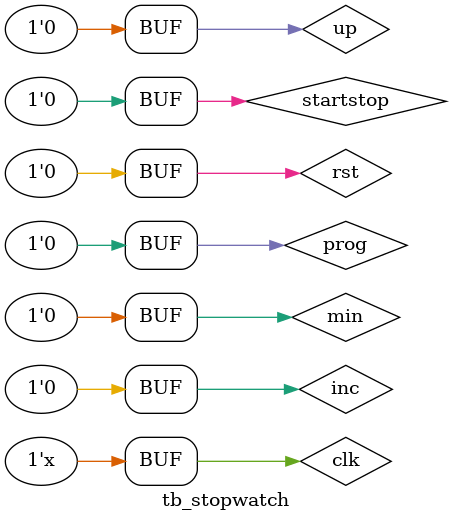
<source format=v>
`timescale 1ns / 1ps

module tb_stopwatch(

    );

// This testbench module contains multiple testbench configurations that thoroughly test the stopwatch's functionality
// Each one is preceded by comments explaining what it does
// Only one configuration should be active at any given time with the others being commented out before running sim
// All testbenches use the same 100MHz ck frequency/10ns period as the NEXYS A7 100t FPGA board's built-in clock


// STOPWATCH MODULE I/0:
    //    input s,                    // START/STOP signal for the stopwatch 
    //    input p,                    // PROGRAM: if 0, the stopwatch runs; if 1, the stopwatch enters programming mode
    //    input clk,
    //    input u,                    // UP: if 1, the stopwatch counts up; if 0, the stopwatch counts down
    //    input rst,                  // RESET: resets the time during stopwatch operation
    //    input inc,                  // INCREMENT: used in the programming mode to increase the maxtime
    //    input min,                  // MINUTE: used in the programming mode
    //    output reg [22:0] t_out,    // TIME (in milliseconds): this is the main output of the module
    //    output zero                 // if the countdown mode is active and the time runs out, this signal goes to sound module to tell it to beep

// Signal declarations

reg startstop;
reg prog;
reg clk;
reg up;
reg inc;
reg rst;
reg min;
wire [38:0] t_out;
wire zero;

// Instantiate module

stopwatch stopwatch_UUT(.s(startstop), .p(prog), .clk(clk), .u(up), .rst(rst), .inc(inc), .min(min), .t(t_out), .zero(zero));

// Generate signals

// CONFIGURATION ONE
// This configuration tests the count up functionality on the stopwatch
// The program signal is hard-coded at zero for the duration of the simulation (as there is no need to program the stopwatch for it to count up)
// The up signal is hard-coded at one for the duration of the simulation, as this testbench does not leave the count-up mode
// This testbench runs through the states in count-up, moving the machine from the starting state through the count-up cycle to verify outputs

//initial begin
//    clk = 0;
//    prog = 0;
//    up = 1; 
//    inc = 0;
//    min = 0;
//    startstop = 0; rst = 0; #100;
//    startstop = 1; rst = 0; #15;
//    startstop = 0; rst = 0; #195;
//    startstop = 1; rst = 0; #15;
//    startstop = 0; rst = 0; #50;
//    startstop = 0; rst = 1; #18;
//    startstop = 0; rst = 0; #100;
//    startstop = 1; rst = 0; #20;
//    startstop = 0; rst = 0; #150;
//    startstop = 0; rst = 1; #18;
//    startstop = 0; rst = 0;
//end

//always begin
//#10 clk = ~clk;
//end


// CONFIGURATION TWO
// This configuration tests the hard-coded count-down functionality on the stopwatch
// Up signal hard-coded at zero
// Program signal hard-coded at zero to push the stopwatch to the HCT mode

//initial begin
//    clk = 0;
//    prog = 0;
//    up = 0; 
//    inc = 0;
//    min = 0;
//    startstop = 0; rst = 0; #100;
//    startstop = 1; rst = 0; #15;
//    startstop = 0; rst = 0; #195;
//    startstop = 1; rst = 0; #15;
//    startstop = 0; rst = 0; #50;
//    startstop = 0; rst = 1; #18;
//    startstop = 0; rst = 0; #100;
//    startstop = 1; rst = 0; #20;
//    startstop = 0; rst = 0; #150;
//    startstop = 0; rst = 1; #18;
//    startstop = 0; rst = 0;
//end

//always begin
//#10 clk = ~clk;
//end

// CONFIGURATION THREE
// This configuration tests the program mode on the stopwatch
// The program signal is hard-coded at 1
// The signals here can easily be altered to test responses to various incrementing behaviors (seconds, minutes, resets, etc.)
// This mode appears to be working correctly

//initial begin
//    clk = 0;
//    prog = 0;
//    up = 0; 
//    inc = 0;
//    min = 1;
//    startstop = 0; rst = 0; #16;
//    startstop = 1; rst = 0; #15;
//    startstop = 0; rst = 0; #200;
//    startstop = 1; rst = 0; #15;
//    startstop = 0; rst = 0; prog = 1;
//    inc = 1; #16;
//    inc = 0; #12;
////    inc = 1; #12;
////    inc = 0; #12;
//    inc = 1; #16;
////    inc = 0; #12;
////    inc = 1; #12;

//    min = 0;
//    inc = 0; #12;
//    inc = 1; #12;
//    inc = 0; #12;
//    inc = 1; #12;
//    inc = 0; #12;
//    inc = 1; #12;
//    inc = 0; #12;
//    inc = 1; #12;
//    inc = 0; #12;
//    inc = 1; #12;
//    inc = 0; #12;
//    inc = 1; #12;
//    inc = 0;
//    prog = 0;
//    rst = 1; #15
//    rst = 0; #100
//    startstop = 1; rst = 0; #17
//    startstop = 0;
//end

//always begin
//#10 clk = ~clk;
//end

// CONFIGURATION FOUR
// This mode tests transitions between states, with a particular focus on ensuring seamless transitions into and out of program mode

initial begin
    clk = 0;
    prog = 0;
    up = 0; 
    inc = 0;
    min = 1;
    startstop = 0; rst = 0; #16;
    startstop = 1; rst = 0; #15;
    startstop = 0; rst = 0; #50;
    startstop = 1; rst = 0; #15;
    startstop = 0; rst = 0; #120;
    prog = 1;
    inc = 1; #16;
    inc = 0; #12;
//    inc = 1; #12;
//    inc = 0; #12;
    inc = 1; #16;
//    inc = 0; #12;
//    inc = 1; #12;

    min = 0;
    inc = 0; #12;
    inc = 1; #12;
    inc = 0; #12;
    inc = 1; #12;
    inc = 0; #12;
    inc = 1; #12;
    inc = 0; #12;
    inc = 1; #12;
    inc = 0; #12;
    inc = 1; #12;
    inc = 0; #12;
    inc = 1; #12;
    inc = 0;
    prog = 0;
    rst = 1; #15
    rst = 0; #100
    startstop = 1; rst = 0; #17
    startstop = 0;
end

always begin
#10 clk = ~clk;
end




endmodule

</source>
